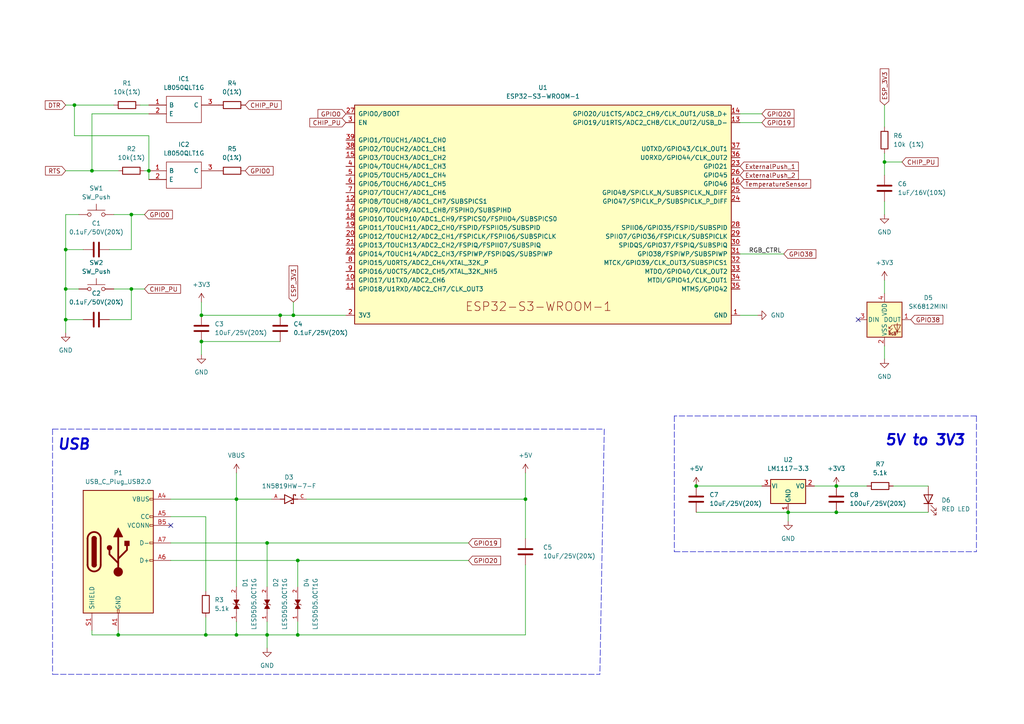
<source format=kicad_sch>
(kicad_sch (version 20211123) (generator eeschema)
  (paper "A4")
  (lib_symbols
    (symbol "1N5819HW-7-F:1N5819HW-7-F" (pin_names (offset 1.016))
      (property "Reference" "D" (at -5.08 2.54 0))
      (property "Value" "1N5819HW-7-F" (at -5.08 -3.81 0))
      (symbol "1N5819HW-7-F_0_0"
        (polyline (pts (xy -2.54 0) (xy -1.27 0)) (stroke (width 0.254)))
        (polyline (pts (xy -1.27 -1.27) (xy 1.27 0)) (stroke (width 0.254)))
        (polyline (pts (xy -1.27 0) (xy -1.27 -1.27)) (stroke (width 0.254)))
        (polyline (pts (xy -1.27 1.27) (xy -1.27 0)) (stroke (width 0.254)))
        (polyline (pts (xy 0.635 -1.016) (xy 0.635 -1.27)) (stroke (width 0.254)))
        (polyline (pts (xy 1.27 -1.27) (xy 0.635 -1.27)) (stroke (width 0.254)))
        (polyline (pts (xy 1.27 0) (xy -1.27 1.27)) (stroke (width 0.254)))
        (polyline (pts (xy 1.27 0) (xy 1.27 -1.27)) (stroke (width 0.254)))
        (polyline (pts (xy 1.27 1.27) (xy 1.27 0)) (stroke (width 0.254)))
        (polyline (pts (xy 1.905 1.27) (xy 1.27 1.27)) (stroke (width 0.254)))
        (polyline (pts (xy 1.905 1.27) (xy 1.905 1.016)) (stroke (width 0.254)))
        (polyline (pts (xy 2.54 0) (xy 1.27 0)) (stroke (width 0.254)))
        (pin passive line (at -5.08 0 0) (length 2.54) (name "~") (number "A"))
        (pin passive line (at 5.08 0 180) (length 2.54) (name "~") (number "C"))
      )
    )
    (symbol "Connector:USB_C_Plug_USB2.0" (pin_names (offset 1.016))
      (property "Reference" "P" (at -10.16 19.05 0))
      (property "Value" "USB_C_Plug_USB2.0" (at 12.7 19.05 0))
      (symbol "USB_C_Plug_USB2.0_0_0"
        (rectangle (start -0.254 -17.78) (end 0.254 -16.764))
        (rectangle (start 10.16 -2.286) (end 9.144 -2.794))
        (rectangle (start 10.16 2.794) (end 9.144 2.286))
        (rectangle (start 10.16 7.874) (end 9.144 7.366))
        (rectangle (start 10.16 10.414) (end 9.144 9.906))
        (rectangle (start 10.16 15.494) (end 9.144 14.986))
      )
      (symbol "USB_C_Plug_USB2.0_0_1"
        (rectangle (start -10.16 17.78) (end 10.16 -17.78) (stroke (width 0.254)) (fill (type background)))
        (arc (start -8.89 -3.81) (mid -6.985 -5.715) (end -5.08 -3.81) (stroke (width 0.508)))
        (arc (start -7.62 -3.81) (mid -6.985 -4.445) (end -6.35 -3.81) (stroke (width 0.254)))
        (arc (start -7.62 -3.81) (mid -6.985 -4.445) (end -6.35 -3.81) (stroke (width 0.254)) (fill (type outline)))
        (rectangle (start -7.62 -3.81) (end -6.35 3.81) (stroke (width 0.254)) (fill (type outline)))
        (arc (start -6.35 3.81) (mid -6.985 4.445) (end -7.62 3.81) (stroke (width 0.254)))
        (arc (start -6.35 3.81) (mid -6.985 4.445) (end -7.62 3.81) (stroke (width 0.254)) (fill (type outline)))
        (arc (start -5.08 3.81) (mid -6.985 5.715) (end -8.89 3.81) (stroke (width 0.508)))
        (circle (center -2.54 1.143) (radius 0.635) (stroke (width 0.254)) (fill (type outline)))
        (circle (center 0 -5.842) (radius 1.27) (fill (type outline)))
        (polyline (pts (xy -8.89 -3.81) (xy -8.89 3.81)) (stroke (width 0.508)))
        (polyline (pts (xy -5.08 3.81) (xy -5.08 -3.81)) (stroke (width 0.508)))
        (polyline (pts (xy 0 -5.842) (xy 0 4.318)) (stroke (width 0.508)))
        (polyline (pts (xy 0 -3.302) (xy -2.54 -0.762) (xy -2.54 0.508)) (stroke (width 0.508)))
        (polyline (pts (xy 0 -2.032) (xy 2.54 0.508) (xy 2.54 1.778)) (stroke (width 0.508)))
        (polyline (pts (xy -1.27 4.318) (xy 0 6.858) (xy 1.27 4.318) (xy -1.27 4.318)) (stroke (width 0.254)) (fill (type outline)))
        (rectangle (start 1.905 1.778) (end 3.175 3.048) (stroke (width 0.254)) (fill (type outline)))
      )
      (symbol "USB_C_Plug_USB2.0_1_1"
        (pin passive line (at 0 -22.86 90) (length 5.08) (name "GND") (number "A1"))
        (pin passive line (at 0 -22.86 90) (length 5.08) hide (name "GND") (number "A12"))
        (pin passive line (at 15.24 15.24 180) (length 5.08) (name "VBUS") (number "A4"))
        (pin bidirectional line (at 15.24 10.16 180) (length 5.08) (name "CC") (number "A5"))
        (pin bidirectional line (at 15.24 -2.54 180) (length 5.08) (name "D+") (number "A6"))
        (pin bidirectional line (at 15.24 2.54 180) (length 5.08) (name "D-") (number "A7"))
        (pin passive line (at 15.24 15.24 180) (length 5.08) hide (name "VBUS") (number "A9"))
        (pin passive line (at 0 -22.86 90) (length 5.08) hide (name "GND") (number "B1"))
        (pin passive line (at 0 -22.86 90) (length 5.08) hide (name "GND") (number "B12"))
        (pin passive line (at 15.24 15.24 180) (length 5.08) hide (name "VBUS") (number "B4"))
        (pin bidirectional line (at 15.24 7.62 180) (length 5.08) (name "VCONN") (number "B5"))
        (pin passive line (at 15.24 15.24 180) (length 5.08) hide (name "VBUS") (number "B9"))
        (pin passive line (at -7.62 -22.86 90) (length 5.08) (name "SHIELD") (number "S1"))
      )
    )
    (symbol "Device:C" (pin_numbers hide) (pin_names (offset 0.254))
      (property "Reference" "C" (at 0.635 2.54 0))
      (property "Value" "C" (at 0.635 -2.54 0))
      (symbol "C_0_1"
        (polyline (pts (xy -2.032 -0.762) (xy 2.032 -0.762)) (stroke (width 0.508)))
        (polyline (pts (xy -2.032 0.762) (xy 2.032 0.762)) (stroke (width 0.508)))
      )
      (symbol "C_1_1"
        (pin passive line (at 0 3.81 270) (length 2.794) (name "~") (number "1"))
        (pin passive line (at 0 -3.81 90) (length 2.794) (name "~") (number "2"))
      )
    )
    (symbol "Device:LED" (pin_numbers hide) (pin_names (offset 1.016) hide)
      (property "Reference" "D" (at 0 2.54 0))
      (property "Value" "LED" (at 0 -2.54 0))
      (symbol "LED_0_1"
        (polyline (pts (xy -1.27 -1.27) (xy -1.27 1.27)) (stroke (width 0.254)))
        (polyline (pts (xy -1.27 0) (xy 1.27 0)))
        (polyline (pts (xy 1.27 -1.27) (xy 1.27 1.27) (xy -1.27 0) (xy 1.27 -1.27)) (stroke (width 0.254)))
        (polyline (pts (xy -3.048 -0.762) (xy -4.572 -2.286) (xy -3.81 -2.286) (xy -4.572 -2.286) (xy -4.572 -1.524)))
        (polyline (pts (xy -1.778 -0.762) (xy -3.302 -2.286) (xy -2.54 -2.286) (xy -3.302 -2.286) (xy -3.302 -1.524)))
      )
      (symbol "LED_1_1"
        (pin passive line (at -3.81 0 0) (length 2.54) (name "K") (number "1"))
        (pin passive line (at 3.81 0 180) (length 2.54) (name "A") (number "2"))
      )
    )
    (symbol "Device:R" (pin_numbers hide) (pin_names (offset 0))
      (property "Reference" "R" (at 2.032 0 90))
      (property "Value" "R" (at 0 0 90))
      (symbol "R_0_1"
        (rectangle (start -1.016 -2.54) (end 1.016 2.54) (stroke (width 0.254)))
      )
      (symbol "R_1_1"
        (pin passive line (at 0 3.81 270) (length 1.27) (name "~") (number "1"))
        (pin passive line (at 0 -3.81 90) (length 1.27) (name "~") (number "2"))
      )
    )
    (symbol "Espressif:ESP32-S3-WROOM-1" (pin_names (offset 1.016))
      (property "Reference" "U" (at -53.34 38.1 0))
      (property "Value" "ESP32-S3-WROOM-1" (at -53.34 35.56 0))
      (symbol "ESP32-S3-WROOM-1_0_0"
        (rectangle (start -53.34 33.02) (end 55.88 -30.48) (stroke (width 0.254)) (fill (type background)))
        (text "ESP32-S3-WROOM-1" (at 0 -25.4 0) (effects (font (size 2.54 2.54))))
        (pin power_in line (at 58.42 -27.94 180) (length 2.54) (name "GND") (number "1"))
        (pin bidirectional line (at -55.88 -17.78 0) (length 2.54) (name "GPIO17/U1TXD/ADC2_CH6") (number "10"))
        (pin bidirectional line (at -55.88 -20.32 0) (length 2.54) (name "GPIO18/U1RXD/ADC2_CH7/CLK_OUT3") (number "11"))
        (pin bidirectional line (at -55.88 5.08 0) (length 2.54) (name "GPIO8/TOUCH8/ADC1_CH7/SUBSPICS1") (number "12"))
        (pin bidirectional line (at 58.42 27.94 180) (length 2.54) (name "GPIO19/U1RTS/ADC2_CH8/CLK_OUT2/USB_D-") (number "13"))
        (pin bidirectional line (at 58.42 30.48 180) (length 2.54) (name "GPIO20/U1CTS/ADC2_CH9/CLK_OUT1/USB_D+") (number "14"))
        (pin bidirectional line (at -55.88 17.78 0) (length 2.54) (name "GPIO3/TOUCH3/ADC1_CH2") (number "15"))
        (pin bidirectional line (at 58.42 10.16 180) (length 2.54) (name "GPIO46") (number "16"))
        (pin bidirectional line (at -55.88 2.54 0) (length 2.54) (name "GPIO9/TOUCH9/ADC1_CH8/FSPIHD/SUBSPIHD") (number "17"))
        (pin bidirectional line (at -55.88 0 0) (length 2.54) (name "GPIO10/TOUCH10/ADC1_CH9/FSPICS0/FSPIIO4/SUBSPICS0") (number "18"))
        (pin bidirectional line (at -55.88 -2.54 0) (length 2.54) (name "GPIO11/TOUCH11/ADC2_CH0/FSPID/FSPIIO5/SUBSPID") (number "19"))
        (pin power_in line (at -55.88 -27.94 0) (length 2.54) (name "3V3") (number "2"))
        (pin bidirectional line (at -55.88 -5.08 0) (length 2.54) (name "GPIO12/TOUCH12/ADC2_CH1/FSPICLK/FSPIIO6/SUBSPICLK") (number "20"))
        (pin bidirectional line (at -55.88 -7.62 0) (length 2.54) (name "GPIO13/TOUCH13/ADC2_CH2/FSPIQ/FSPIIO7/SUBSPIQ") (number "21"))
        (pin bidirectional line (at -55.88 -10.16 0) (length 2.54) (name "GPIO14/TOUCH14/ADC2_CH3/FSPIWP/FSPIDQS/SUBSPIWP") (number "22"))
        (pin bidirectional line (at 58.42 15.24 180) (length 2.54) (name "GPIO21") (number "23"))
        (pin bidirectional line (at 58.42 5.08 180) (length 2.54) (name "GPIO47/SPICLK_P/SUBSPICLK_P_DIFF") (number "24"))
        (pin bidirectional line (at 58.42 7.62 180) (length 2.54) (name "GPIO48/SPICLK_N/SUBSPICLK_N_DIFF") (number "25"))
        (pin bidirectional line (at 58.42 12.7 180) (length 2.54) (name "GPIO45") (number "26"))
        (pin bidirectional line (at -55.88 30.48 0) (length 2.54) (name "GPIO0/BOOT") (number "27"))
        (pin bidirectional line (at 58.42 -2.54 180) (length 2.54) (name "SPIIO6/GPIO35/FSPID/SUBSPID") (number "28"))
        (pin bidirectional line (at 58.42 -5.08 180) (length 2.54) (name "SPIIO7/GPIO36/FSPICLK/SUBSPICLK") (number "29"))
        (pin input line (at -55.88 27.94 0) (length 2.54) (name "EN") (number "3"))
        (pin bidirectional line (at 58.42 -7.62 180) (length 2.54) (name "SPIDQS/GPIO37/FSPIQ/SUBSPIQ") (number "30"))
        (pin bidirectional line (at 58.42 -10.16 180) (length 2.54) (name "GPIO38/FSPIWP/SUBSPIWP") (number "31"))
        (pin bidirectional line (at 58.42 -12.7 180) (length 2.54) (name "MTCK/GPIO39/CLK_OUT3/SUBSPICS1") (number "32"))
        (pin bidirectional line (at 58.42 -15.24 180) (length 2.54) (name "MTDO/GPIO40/CLK_OUT2") (number "33"))
        (pin bidirectional line (at 58.42 -17.78 180) (length 2.54) (name "MTDI/GPIO41/CLK_OUT1") (number "34"))
        (pin bidirectional line (at 58.42 -20.32 180) (length 2.54) (name "MTMS/GPIO42") (number "35"))
        (pin bidirectional line (at 58.42 17.78 180) (length 2.54) (name "U0RXD/GPIO44/CLK_OUT2") (number "36"))
        (pin bidirectional line (at 58.42 20.32 180) (length 2.54) (name "U0TXD/GPIO43/CLK_OUT1") (number "37"))
        (pin bidirectional line (at -55.88 20.32 0) (length 2.54) (name "GPIO2/TOUCH2/ADC1_CH1") (number "38"))
        (pin bidirectional line (at -55.88 22.86 0) (length 2.54) (name "GPIO1/TOUCH1/ADC1_CH0") (number "39"))
        (pin bidirectional line (at -55.88 15.24 0) (length 2.54) (name "GPIO4/TOUCH4/ADC1_CH3") (number "4"))
        (pin passive line (at 58.42 -27.94 180) (length 2.54) hide (name "GND") (number "40"))
        (pin passive line (at 58.42 -27.94 180) (length 2.54) hide (name "GND") (number "41"))
        (pin bidirectional line (at -55.88 12.7 0) (length 2.54) (name "GPIO5/TOUCH5/ADC1_CH4") (number "5"))
        (pin bidirectional line (at -55.88 10.16 0) (length 2.54) (name "GPIO6/TOUCH6/ADC1_CH5") (number "6"))
        (pin bidirectional line (at -55.88 7.62 0) (length 2.54) (name "GPIO7/TOUCH7/ADC1_CH6") (number "7"))
        (pin bidirectional line (at -55.88 -12.7 0) (length 2.54) (name "GPIO15/U0RTS/ADC2_CH4/XTAL_32K_P") (number "8"))
        (pin bidirectional line (at -55.88 -15.24 0) (length 2.54) (name "GPIO16/U0CTS/ADC2_CH5/XTAL_32K_NH5") (number "9"))
      )
    )
    (symbol "L8050QLT1G:L8050QLT1G" (pin_names (offset 0.762))
      (property "Reference" "IC" (at 16.51 7.62 0))
      (property "Value" "L8050QLT1G" (at 16.51 5.08 0))
      (symbol "L8050QLT1G_0_0"
        (pin passive line (at 0 0 0) (length 5.08) (name "B") (number "1"))
        (pin passive line (at 0 -2.54 0) (length 5.08) (name "E") (number "2"))
        (pin passive line (at 20.32 0 180) (length 5.08) (name "C") (number "3"))
      )
      (symbol "L8050QLT1G_0_1"
        (polyline (pts (xy 5.08 2.54) (xy 15.24 2.54) (xy 15.24 -5.08) (xy 5.08 -5.08) (xy 5.08 2.54)) (stroke (width 0.1524)))
      )
    )
    (symbol "LED:SK6812MINI" (pin_names (offset 0.254))
      (property "Reference" "D" (at 5.08 5.715 0))
      (property "Value" "SK6812MINI" (at 1.27 -5.715 0))
      (symbol "SK6812MINI_0_0"
        (text "RGB" (at 2.286 -4.191 0) (effects (font (size 0.762 0.762))))
      )
      (symbol "SK6812MINI_0_1"
        (polyline (pts (xy 1.27 -3.556) (xy 1.778 -3.556)))
        (polyline (pts (xy 1.27 -2.54) (xy 1.778 -2.54)))
        (polyline (pts (xy 4.699 -3.556) (xy 2.667 -3.556)))
        (polyline (pts (xy 2.286 -2.54) (xy 1.27 -3.556) (xy 1.27 -3.048)))
        (polyline (pts (xy 2.286 -1.524) (xy 1.27 -2.54) (xy 1.27 -2.032)))
        (polyline (pts (xy 3.683 -1.016) (xy 3.683 -3.556) (xy 3.683 -4.064)))
        (polyline (pts (xy 4.699 -1.524) (xy 2.667 -1.524) (xy 3.683 -3.556) (xy 4.699 -1.524)))
        (rectangle (start 5.08 5.08) (end -5.08 -5.08) (stroke (width 0.254)) (fill (type background)))
      )
      (symbol "SK6812MINI_1_1"
        (pin output line (at 7.62 0 180) (length 2.54) (name "DOUT") (number "1"))
        (pin power_in line (at 0 -7.62 90) (length 2.54) (name "VSS") (number "2"))
        (pin input line (at -7.62 0 0) (length 2.54) (name "DIN") (number "3"))
        (pin power_in line (at 0 7.62 270) (length 2.54) (name "VDD") (number "4"))
      )
    )
    (symbol "LESD5D5.0CT1G:LESD5D5.0CT1G" (pin_names (offset 1.016))
      (property "Reference" "D" (at -5.08 2.54 0))
      (property "Value" "LESD5D5.0CT1G" (at -5.08 -5.08 0))
      (symbol "LESD5D5.0CT1G_0_0"
        (polyline (pts (xy -1.27 0) (xy -2.54 0)) (stroke (width 0.1524)))
        (polyline (pts (xy 0 -0.762) (xy -0.254 -1.016)) (stroke (width 0.1524)))
        (polyline (pts (xy 0 -0.762) (xy 0 0.762)) (stroke (width 0.1524)))
        (polyline (pts (xy 0 0.762) (xy 0.254 1.016)) (stroke (width 0.1524)))
        (polyline (pts (xy 1.27 0) (xy 2.54 0)) (stroke (width 0.1524)))
        (polyline (pts (xy 0 0) (xy -1.27 -0.762) (xy -1.27 0.762) (xy 0 0)) (stroke (width 0.1524)) (fill (type outline)))
        (polyline (pts (xy 0 0) (xy 1.27 0.762) (xy 1.27 -0.762) (xy 0 0)) (stroke (width 0.1524)) (fill (type outline)))
        (pin passive line (at -5.08 0 0) (length 2.54) (name "~") (number "1"))
        (pin passive line (at 5.08 0 180) (length 2.54) (name "~") (number "2"))
      )
    )
    (symbol "Regulator_Linear:LM1117-3.3" (pin_names (offset 0.254))
      (property "Reference" "U" (at -3.81 3.175 0))
      (property "Value" "LM1117-3.3" (at 0 3.175 0))
      (symbol "LM1117-3.3_0_1"
        (rectangle (start -5.08 -5.08) (end 5.08 1.905) (stroke (width 0.254)) (fill (type background)))
      )
      (symbol "LM1117-3.3_1_1"
        (pin power_in line (at 0 -7.62 90) (length 2.54) (name "GND") (number "1"))
        (pin power_out line (at 7.62 0 180) (length 2.54) (name "VO") (number "2"))
        (pin power_in line (at -7.62 0 0) (length 2.54) (name "VI") (number "3"))
      )
    )
    (symbol "Switch:SW_Push" (pin_numbers hide) (pin_names (offset 1.016) hide)
      (property "Reference" "SW" (at 1.27 2.54 0))
      (property "Value" "SW_Push" (at 0 -1.524 0))
      (symbol "SW_Push_0_1"
        (circle (center -2.032 0) (radius 0.508))
        (polyline (pts (xy 0 1.27) (xy 0 3.048)))
        (polyline (pts (xy 2.54 1.27) (xy -2.54 1.27)))
        (circle (center 2.032 0) (radius 0.508))
        (pin passive line (at -5.08 0 0) (length 2.54) (name "1") (number "1"))
        (pin passive line (at 5.08 0 180) (length 2.54) (name "2") (number "2"))
      )
    )
    (symbol "power:+3V3" (power) (pin_names (offset 0))
      (property "Value" "+3V3" (at 0 3.556 0))
      (symbol "+3V3_0_1"
        (polyline (pts (xy -0.762 1.27) (xy 0 2.54)))
        (polyline (pts (xy 0 0) (xy 0 2.54)))
        (polyline (pts (xy 0 2.54) (xy 0.762 1.27)))
      )
      (symbol "+3V3_1_1"
        (pin power_in line (at 0 0 90) (length 0) hide (name "+3V3") (number "1"))
      )
    )
    (symbol "power:+5V" (power) (pin_names (offset 0))
      (property "Value" "+5V" (at 0 3.556 0))
      (symbol "+5V_0_1"
        (polyline (pts (xy -0.762 1.27) (xy 0 2.54)))
        (polyline (pts (xy 0 0) (xy 0 2.54)))
        (polyline (pts (xy 0 2.54) (xy 0.762 1.27)))
      )
      (symbol "+5V_1_1"
        (pin power_in line (at 0 0 90) (length 0) hide (name "+5V") (number "1"))
      )
    )
    (symbol "power:GND" (power) (pin_names (offset 0))
      (property "Value" "GND" (at 0 -3.81 0))
      (symbol "GND_0_1"
        (polyline (pts (xy 0 0) (xy 0 -1.27) (xy 1.27 -1.27) (xy 0 -2.54) (xy -1.27 -1.27) (xy 0 -1.27)))
      )
      (symbol "GND_1_1"
        (pin power_in line (at 0 0 270) (length 0) hide (name "GND") (number "1"))
      )
    )
    (symbol "power:VBUS" (power) (pin_names (offset 0))
      (property "Value" "VBUS" (at 0 3.81 0))
      (symbol "VBUS_0_1"
        (polyline (pts (xy -0.762 1.27) (xy 0 2.54)))
        (polyline (pts (xy 0 0) (xy 0 2.54)))
        (polyline (pts (xy 0 2.54) (xy 0.762 1.27)))
      )
      (symbol "VBUS_1_1"
        (pin power_in line (at 0 0 90) (length 0) hide (name "VBUS") (number "1"))
      )
    )
  )
  (junction (at 19.05 72.39))
  (junction (at 38.1 83.82))
  (junction (at 152.4 144.78))
  (junction (at 242.57 140.97))
  (junction (at 38.1 62.23))
  (junction (at 77.47 157.48))
  (junction (at 26.67 49.53))
  (junction (at 86.36 162.56))
  (junction (at 256.54 46.99))
  (junction (at 86.36 184.15))
  (junction (at 228.6 148.59))
  (junction (at 59.69 184.15))
  (junction (at 19.05 83.82))
  (junction (at 242.57 148.59))
  (junction (at 21.59 30.48))
  (junction (at 201.93 140.97))
  (junction (at 19.05 92.71))
  (junction (at 81.28 91.44))
  (junction (at 43.18 49.53))
  (junction (at 58.42 99.06))
  (junction (at 34.29 184.15))
  (junction (at 85.09 91.44))
  (junction (at 68.58 184.15))
  (junction (at 58.42 91.44))
  (junction (at 68.58 144.78))
  (junction (at 77.47 184.15))
  (no_connect (at 49.53 152.4))
  (no_connect (at 248.92 92.71))
  (wire (pts (xy 152.4 184.15) (xy 86.36 184.15)))
  (wire (pts (xy 59.69 171.45) (xy 59.69 149.86)))
  (wire (pts (xy 58.42 91.44) (xy 81.28 91.44)))
  (wire (pts (xy 59.69 184.15) (xy 68.58 184.15)))
  (wire (pts (xy 152.4 137.16) (xy 152.4 144.78)))
  (wire (pts (xy 242.57 148.59) (xy 269.24 148.59)))
  (wire (pts (xy 38.1 83.82) (xy 33.02 83.82)))
  (wire (pts (xy 86.36 162.56) (xy 49.53 162.56)))
  (wire (pts (xy 38.1 72.39) (xy 38.1 62.23)))
  (wire (pts (xy 19.05 72.39) (xy 24.13 72.39)))
  (wire (pts (xy 26.67 184.15) (xy 34.29 184.15)))
  (wire (pts (xy 256.54 46.99) (xy 256.54 50.8)))
  (wire (pts (xy 256.54 44.45) (xy 256.54 46.99)))
  (wire (pts (xy 38.1 92.71) (xy 31.75 92.71)))
  (wire (pts (xy 34.29 184.15) (xy 34.29 182.88)))
  (wire (pts (xy 26.67 33.02) (xy 26.67 49.53)))
  (wire (pts (xy 236.22 140.97) (xy 242.57 140.97)))
  (polyline (pts (xy 15.24 124.46) (xy 15.24 195.58)))
  (wire (pts (xy 38.1 83.82) (xy 41.91 83.82)))
  (wire (pts (xy 201.93 148.59) (xy 228.6 148.59)))
  (wire (pts (xy 33.02 30.48) (xy 21.59 30.48)))
  (polyline (pts (xy 15.24 124.46) (xy 175.26 124.46)))
  (wire (pts (xy 228.6 148.59) (xy 228.6 151.13)))
  (wire (pts (xy 43.18 49.53) (xy 43.18 52.07)))
  (wire (pts (xy 214.63 91.44) (xy 219.71 91.44)))
  (polyline (pts (xy 283.21 120.65) (xy 283.21 160.02)))
  (wire (pts (xy 77.47 184.15) (xy 86.36 184.15)))
  (wire (pts (xy 19.05 83.82) (xy 22.86 83.82)))
  (wire (pts (xy 26.67 49.53) (xy 34.29 49.53)))
  (wire (pts (xy 38.1 62.23) (xy 41.91 62.23)))
  (wire (pts (xy 26.67 182.88) (xy 26.67 184.15)))
  (wire (pts (xy 19.05 72.39) (xy 19.05 62.23)))
  (wire (pts (xy 43.18 33.02) (xy 26.67 33.02)))
  (wire (pts (xy 135.89 157.48) (xy 77.47 157.48)))
  (polyline (pts (xy 175.26 124.46) (xy 173.99 195.58)))
  (wire (pts (xy 201.93 140.97) (xy 220.98 140.97)))
  (wire (pts (xy 19.05 92.71) (xy 19.05 96.52)))
  (wire (pts (xy 77.47 184.15) (xy 77.47 187.96)))
  (wire (pts (xy 59.69 179.07) (xy 59.69 184.15)))
  (wire (pts (xy 68.58 144.78) (xy 68.58 170.18)))
  (wire (pts (xy 152.4 163.83) (xy 152.4 184.15)))
  (wire (pts (xy 43.18 39.37) (xy 21.59 39.37)))
  (wire (pts (xy 38.1 62.23) (xy 33.02 62.23)))
  (wire (pts (xy 77.47 180.34) (xy 77.47 184.15)))
  (wire (pts (xy 86.36 162.56) (xy 86.36 170.18)))
  (wire (pts (xy 68.58 184.15) (xy 77.47 184.15)))
  (wire (pts (xy 24.13 92.71) (xy 19.05 92.71)))
  (wire (pts (xy 26.67 49.53) (xy 19.05 49.53)))
  (polyline (pts (xy 195.58 160.02) (xy 283.21 160.02)))
  (wire (pts (xy 19.05 83.82) (xy 19.05 72.39)))
  (wire (pts (xy 38.1 83.82) (xy 38.1 92.71)))
  (wire (pts (xy 49.53 144.78) (xy 68.58 144.78)))
  (wire (pts (xy 81.28 91.44) (xy 85.09 91.44)))
  (wire (pts (xy 68.58 137.16) (xy 68.58 144.78)))
  (wire (pts (xy 77.47 157.48) (xy 77.47 170.18)))
  (wire (pts (xy 85.09 87.63) (xy 85.09 91.44)))
  (wire (pts (xy 152.4 144.78) (xy 152.4 156.21)))
  (wire (pts (xy 220.98 33.02) (xy 214.63 33.02)))
  (wire (pts (xy 21.59 39.37) (xy 21.59 30.48)))
  (wire (pts (xy 88.9 144.78) (xy 152.4 144.78)))
  (wire (pts (xy 256.54 100.33) (xy 256.54 104.14)))
  (wire (pts (xy 68.58 144.78) (xy 78.74 144.78)))
  (wire (pts (xy 68.58 180.34) (xy 68.58 184.15)))
  (wire (pts (xy 242.57 140.97) (xy 251.46 140.97)))
  (wire (pts (xy 259.08 140.97) (xy 269.24 140.97)))
  (wire (pts (xy 256.54 58.42) (xy 256.54 62.23)))
  (wire (pts (xy 220.98 35.56) (xy 214.63 35.56)))
  (wire (pts (xy 58.42 99.06) (xy 58.42 102.87)))
  (wire (pts (xy 43.18 30.48) (xy 40.64 30.48)))
  (wire (pts (xy 19.05 83.82) (xy 19.05 92.71)))
  (wire (pts (xy 19.05 62.23) (xy 22.86 62.23)))
  (wire (pts (xy 31.75 72.39) (xy 38.1 72.39)))
  (wire (pts (xy 21.59 30.48) (xy 19.05 30.48)))
  (wire (pts (xy 77.47 157.48) (xy 49.53 157.48)))
  (wire (pts (xy 256.54 81.28) (xy 256.54 85.09)))
  (wire (pts (xy 228.6 148.59) (xy 242.57 148.59)))
  (polyline (pts (xy 15.24 195.58) (xy 173.99 195.58)))
  (wire (pts (xy 85.09 91.44) (xy 100.33 91.44)))
  (wire (pts (xy 86.36 184.15) (xy 86.36 180.34)))
  (wire (pts (xy 256.54 30.48) (xy 256.54 36.83)))
  (wire (pts (xy 34.29 184.15) (xy 59.69 184.15)))
  (wire (pts (xy 58.42 87.63) (xy 58.42 91.44)))
  (polyline (pts (xy 195.58 120.65) (xy 195.58 160.02)))
  (wire (pts (xy 135.89 162.56) (xy 86.36 162.56)))
  (wire (pts (xy 261.62 46.99) (xy 256.54 46.99)))
  (wire (pts (xy 43.18 39.37) (xy 43.18 49.53)))
  (wire (pts (xy 59.69 149.86) (xy 49.53 149.86)))
  (wire (pts (xy 227.33 73.66) (xy 214.63 73.66)))
  (polyline (pts (xy 283.21 120.65) (xy 195.58 120.65)))
  (wire (pts (xy 43.18 49.53) (xy 41.91 49.53)))
  (wire (pts (xy 58.42 99.06) (xy 81.28 99.06)))
  (text "USB" (at 16.51 130.81 0) (effects (font (size 3 3) bold italic) (justify left bottom)))
  (text "5V to 3V3\n" (at 256.54 129.54 0) (effects (font (size 3 3) bold italic) (justify left bottom)))
  (label "RGB_CTRL" (at 217.17 73.66 0))
  (global_label "GPIO0" (shape input) (at 41.91 62.23 0) (property "Intersheet References" "${INTERSHEET_REFS}" (effects hide)))
  (global_label "GPIO0" (shape input) (at 100.33 33.02 180) (property "Intersheet References" "${INTERSHEET_REFS}" (effects hide)))
  (global_label "RTS" (shape input) (at 19.05 49.53 180) (property "Intersheet References" "${INTERSHEET_REFS}" (effects hide)))
  (global_label "ESP_3V3" (shape input) (at 256.54 30.48 90) (property "Intersheet References" "${INTERSHEET_REFS}" (effects hide)))
  (global_label "TemperatureSensor" (shape input) (at 214.63 53.34 0) (property "Intersheet References" "${INTERSHEET_REFS}" (effects hide)))
  (global_label "ExternalPush_2" (shape input) (at 214.63 50.8 0) (property "Intersheet References" "${INTERSHEET_REFS}" (effects hide)))
  (global_label "GPIO19" (shape input) (at 135.89 157.48 0) (property "Intersheet References" "${INTERSHEET_REFS}" (effects hide)))
  (global_label "ESP_3V3" (shape input) (at 85.09 87.63 90) (property "Intersheet References" "${INTERSHEET_REFS}" (effects hide)))
  (global_label "CHIP_PU" (shape input) (at 41.91 83.82 0) (property "Intersheet References" "${INTERSHEET_REFS}" (effects hide)))
  (global_label "CHIP_PU" (shape input) (at 100.33 35.56 180) (property "Intersheet References" "${INTERSHEET_REFS}" (effects hide)))
  (global_label "GPIO38" (shape input) (at 227.33 73.66 0) (property "Intersheet References" "${INTERSHEET_REFS}" (effects hide)))
  (global_label "ExternalPush_1" (shape input) (at 214.63 48.26 0) (property "Intersheet References" "${INTERSHEET_REFS}" (effects hide)))
  (global_label "GPIO20" (shape input) (at 135.89 162.56 0) (property "Intersheet References" "${INTERSHEET_REFS}" (effects hide)))
  (global_label "GPIO20" (shape input) (at 220.98 33.02 0) (property "Intersheet References" "${INTERSHEET_REFS}" (effects hide)))
  (global_label "GPIO19" (shape input) (at 220.98 35.56 0) (property "Intersheet References" "${INTERSHEET_REFS}" (effects hide)))
  (global_label "GPIO0" (shape input) (at 71.12 49.53 0) (property "Intersheet References" "${INTERSHEET_REFS}" (effects hide)))
  (global_label "GPIO38" (shape input) (at 264.16 92.71 0) (property "Intersheet References" "${INTERSHEET_REFS}" (effects hide)))
  (global_label "CHIP_PU" (shape input) (at 261.62 46.99 0) (property "Intersheet References" "${INTERSHEET_REFS}" (effects hide)))
  (global_label "DTR" (shape input) (at 19.05 30.48 180) (property "Intersheet References" "${INTERSHEET_REFS}" (effects hide)))
  (global_label "CHIP_PU" (shape input) (at 71.12 30.48 0) (property "Intersheet References" "${INTERSHEET_REFS}" (effects hide)))
  (symbol (lib_id "power:GND") (at 256.54 104.14 0) (unit 1)
    (property "Reference" "#PWR0107" (effects hide))
    (property "Value" "GND" (at 256.54 109.22 0))
  )
  (symbol (lib_id "Device:R") (at 38.1 49.53 90) (unit 1)
    (property "Reference" "R2" (at 38.1 43.18 90))
    (property "Value" "10k(1%)" (at 38.1 45.72 90))
    (property "Footprint" "Resistor_SMD:R_0805_2012Metric_Pad1.20x1.40mm_HandSolder" (effects hide))
    (property "LCSC Part#" "C269742" (effects hide))
  )
  (symbol (lib_id "power:+5V") (at 201.93 140.97 0) (unit 1)
    (property "Reference" "#PWR0108" (effects hide))
    (property "Value" "+5V" (at 201.93 135.89 0))
  )
  (symbol (lib_id "power:GND") (at 219.71 91.44 90) (unit 1)
    (property "Reference" "#PWR0109" (effects hide))
    (property "Value" "GND" (at 223.52 91.4399 90) (effects (justify right)))
  )
  (symbol (lib_id "Espressif:ESP32-S3-WROOM-1") (at 156.21 63.5 0) (unit 1)
    (property "Reference" "U1" (at 157.48 25.4 0))
    (property "Value" "ESP32-S3-WROOM-1" (at 157.48 27.94 0))
    (property "Footprint" "Espressif:ESP32-S3-WROOM-1" (effects hide))
    (property "Datasheet" "https://www.espressif.com/sites/default/files/documentation/esp32-s3-wroom-1_wroom-1u_datasheet_en.pdf" (effects hide))
  )
  (symbol (lib_id "Device:C") (at 152.4 160.02 0) (unit 1)
    (property "Reference" "C5" (at 157.48 158.7499 0) (effects (justify left)))
    (property "Value" "10uF/25V(20%)" (at 157.48 161.2899 0) (effects (justify left)))
    (property "Footprint" "Capacitor_SMD:C_0805_2012Metric_Pad1.18x1.45mm_HandSolder" (effects hide))
    (property "LCSC Part#" "C669099" (effects hide))
  )
  (symbol (lib_id "Device:C") (at 58.42 95.25 0) (unit 1)
    (property "Reference" "C3" (at 62.23 93.9799 0) (effects (justify left)))
    (property "Value" "10uF/25V(20%)" (at 62.23 96.5199 0) (effects (justify left)))
    (property "Footprint" "Capacitor_SMD:C_0805_2012Metric_Pad1.18x1.45mm_HandSolder" (effects hide))
    (property "LCSC Part#" "C669099" (effects hide))
  )
  (symbol (lib_id "Device:R") (at 255.27 140.97 90) (unit 1)
    (property "Reference" "R7" (at 255.27 134.62 90))
    (property "Value" "5.1k" (at 255.27 137.16 90))
    (property "Footprint" "Resistor_SMD:R_0805_2012Metric_Pad1.20x1.40mm_HandSolder" (effects hide))
    (property "LCSC Part#" "	C27834" (effects hide))
  )
  (symbol (lib_id "Device:C") (at 256.54 54.61 0) (unit 1)
    (property "Reference" "C6" (at 260.35 53.3399 0) (effects (justify left)))
    (property "Value" "1uF/16V(10%)" (at 260.35 55.8799 0) (effects (justify left)))
    (property "Footprint" "Capacitor_SMD:C_0805_2012Metric_Pad1.18x1.45mm_HandSolder" (effects hide))
    (property "LCSC Part#" "C24123" (effects hide))
  )
  (symbol (lib_id "L8050QLT1G:L8050QLT1G") (at 43.18 30.48 0) (unit 1)
    (property "Reference" "IC1" (at 53.34 22.86 0))
    (property "Value" "L8050QLT1G" (at 53.34 25.4 0))
    (property "Footprint" "Package_TO_SOT_SMD:SOT-23_Handsoldering" (effects hide))
    (property "Datasheet" "https://datasheet.datasheetarchive.com/originals/distributors/Datasheets-28/DSA-558356.pdf" (effects hide))
    (property "Description" "Trans GP BJT NPN 25V 0.8A 3-Pin SOT-23 T/R" (effects hide))
    (property "Height" "1.11" (effects hide))
    (property "Manufacturer_Name" "Leshan Radio" (effects hide))
    (property "Manufacturer_Part_Number" "L8050QLT1G" (effects hide))
    (property "LCSC Part#" "C49581" (effects hide))
  )
  (symbol (lib_id "power:+3V3") (at 256.54 81.28 0) (unit 1)
    (property "Reference" "#PWR0106" (effects hide))
    (property "Value" "+3V3" (at 256.54 76.2 0))
  )
  (symbol (lib_id "Device:R") (at 67.31 30.48 270) (unit 1)
    (property "Reference" "R4" (at 67.31 24.13 90))
    (property "Value" "0(1%)" (at 67.31 26.67 90))
    (property "Footprint" "Resistor_SMD:R_0805_2012Metric_Pad1.20x1.40mm_HandSolder" (effects hide))
    (property "LCSC Part#" "C17477" (effects hide))
  )
  (symbol (lib_id "power:GND") (at 256.54 62.23 0) (unit 1)
    (property "Reference" "#PWR0104" (effects hide))
    (property "Value" "GND" (at 256.54 67.31 0))
  )
  (symbol (lib_id "power:VBUS") (at 68.58 137.16 0) (unit 1)
    (property "Reference" "#PWR0103" (effects hide))
    (property "Value" "VBUS" (at 68.58 132.08 0))
  )
  (symbol (lib_id "Switch:SW_Push") (at 27.94 83.82 0) (unit 1)
    (property "Reference" "SW2" (at 27.94 76.2 0))
    (property "Value" "SW_Push" (at 27.94 78.74 0))
    (property "Footprint" "Button_Switch_SMD:SW_Push_1P1T_NO_CK_KMR2" (effects hide))
  )
  (symbol (lib_id "power:+5V") (at 152.4 137.16 0) (unit 1)
    (property "Reference" "#PWR0102" (effects hide))
    (property "Value" "+5V" (at 152.4 132.08 0))
  )
  (symbol (lib_id "power:GND") (at 228.6 151.13 0) (unit 1)
    (property "Reference" "#PWR0110" (effects hide))
    (property "Value" "GND" (at 228.6 156.21 0))
  )
  (symbol (lib_id "Regulator_Linear:LM1117-3.3") (at 228.6 140.97 0) (unit 1)
    (property "Reference" "U2" (at 228.6 133.35 0))
    (property "Value" "LM1117-3.3" (at 228.6 135.89 0))
    (property "Footprint" "Package_TO_SOT_SMD:SOT-23_Handsoldering" (effects hide))
    (property "Datasheet" "http://www.ti.com/lit/ds/symlink/lm1117.pdf" (effects hide))
  )
  (symbol (lib_id "Device:C") (at 81.28 95.25 0) (unit 1)
    (property "Reference" "C4" (at 85.09 93.9799 0) (effects (justify left)))
    (property "Value" "0.1uF/25V(20%)" (at 85.09 96.5199 0) (effects (justify left)))
    (property "Footprint" "Capacitor_SMD:C_0805_2012Metric_Pad1.18x1.45mm_HandSolder" (effects hide))
    (property "LCSC Part#" "C2180294" (effects hide))
  )
  (symbol (lib_id "LESD5D5.0CT1G:LESD5D5.0CT1G") (at 86.36 175.26 90) (unit 1)
    (property "Reference" "D4" (at 88.9 167.64 0) (effects (justify right)))
    (property "Value" "LESD5D5.0CT1G" (at 91.44 167.64 0) (effects (justify right)))
    (property "Footprint" "Diode_SMD:D_SOD-523" (effects hide))
    (property "STANDARD" "Manufacturer Recommendations" (effects hide))
    (property "MANUFACTURER" "LRC" (effects hide))
    (property "PARTREV" "O" (effects hide))
    (property "MAXIMUM_PACKAGE_HEIGHT" "0.7 mm" (effects hide))
    (property "LCSC Part#" "C5199850" (effects hide))
  )
  (symbol (lib_id "L8050QLT1G:L8050QLT1G") (at 43.18 49.53 0) (unit 1)
    (property "Reference" "IC2" (at 53.34 41.91 0))
    (property "Value" "L8050QLT1G" (at 53.34 44.45 0))
    (property "Footprint" "Package_TO_SOT_SMD:SOT-23_Handsoldering" (effects hide))
    (property "Datasheet" "https://datasheet.datasheetarchive.com/originals/distributors/Datasheets-28/DSA-558356.pdf" (effects hide))
    (property "Description" "Trans GP BJT NPN 25V 0.8A 3-Pin SOT-23 T/R" (effects hide))
    (property "Height" "1.11" (effects hide))
    (property "Manufacturer_Name" "Leshan Radio" (effects hide))
    (property "Manufacturer_Part_Number" "L8050QLT1G" (effects hide))
    (property "LCSC Part#" "C49581" (effects hide))
  )
  (symbol (lib_id "Device:C") (at 201.93 144.78 0) (unit 1)
    (property "Reference" "C7" (at 205.74 143.5099 0) (effects (justify left)))
    (property "Value" "10uF/25V(20%)" (at 205.74 146.0499 0) (effects (justify left)))
    (property "Footprint" "Capacitor_SMD:C_0805_2012Metric_Pad1.18x1.45mm_HandSolder" (effects hide))
    (property "LCSC Part#" "C669099" (effects hide))
  )
  (symbol (lib_id "Connector:USB_C_Plug_USB2.0") (at 34.29 160.02 0) (unit 1)
    (property "Reference" "P1" (at 34.29 137.16 0))
    (property "Value" "USB_C_Plug_USB2.0" (at 34.29 139.7 0))
    (property "Footprint" "Connector_USB:USB_C_Receptacle_Amphenol_12401610E4-2A" (effects hide))
    (property "Datasheet" "https://www.usb.org/sites/default/files/documents/usb_type-c.zip" (effects hide))
    (property "LCSC Part#" "C5299418" (effects hide))
  )
  (symbol (lib_id "power:+3V3") (at 58.42 87.63 0) (unit 1)
    (property "Reference" "#PWR0111" (effects hide))
    (property "Value" "+3V3" (at 58.42 82.55 0))
  )
  (symbol (lib_id "Device:R") (at 59.69 175.26 0) (unit 1)
    (property "Reference" "R3" (at 62.23 173.9899 0) (effects (justify left)))
    (property "Value" "5.1k" (at 62.23 176.5299 0) (effects (justify left)))
    (property "Footprint" "Resistor_SMD:R_0805_2012Metric_Pad1.20x1.40mm_HandSolder" (effects hide))
    (property "LCSC Part#" "	C27834" (effects hide))
  )
  (symbol (lib_id "power:GND") (at 77.47 187.96 0) (unit 1)
    (property "Reference" "#PWR0101" (effects hide))
    (property "Value" "GND" (at 77.47 193.04 0))
  )
  (symbol (lib_id "Device:C") (at 242.57 144.78 0) (unit 1)
    (property "Reference" "C8" (at 246.38 143.5099 0) (effects (justify left)))
    (property "Value" "100uF/25V(20%)" (at 246.38 146.0499 0) (effects (justify left)))
    (property "Footprint" "Capacitor_SMD:C_0805_2012Metric_Pad1.18x1.45mm_HandSolder" (effects hide))
  )
  (symbol (lib_id "Switch:SW_Push") (at 27.94 62.23 0) (unit 1)
    (property "Reference" "SW1" (at 27.94 54.61 0))
    (property "Value" "SW_Push" (at 27.94 57.15 0))
    (property "Footprint" "Button_Switch_SMD:SW_Push_1P1T_NO_CK_KMR2" (effects hide))
  )
  (symbol (lib_id "power:+3V3") (at 242.57 140.97 0) (unit 1)
    (property "Reference" "#PWR0105" (effects hide))
    (property "Value" "+3V3" (at 242.57 135.89 0))
  )
  (symbol (lib_id "Device:C") (at 27.94 72.39 90) (unit 1)
    (property "Reference" "C1" (at 27.94 64.77 90))
    (property "Value" "0.1uF/50V(20%)" (at 27.94 67.31 90))
    (property "Footprint" "Capacitor_SMD:C_0805_2012Metric_Pad1.18x1.45mm_HandSolder" (effects hide))
    (property "LCSC Part#" "C138340" (effects hide))
  )
  (symbol (lib_id "power:GND") (at 19.05 96.52 0) (unit 1)
    (property "Reference" "#PWR0112" (effects hide))
    (property "Value" "GND" (at 19.05 101.6 0))
  )
  (symbol (lib_id "Device:LED") (at 269.24 144.78 90) (unit 1)
    (property "Reference" "D6" (at 273.05 145.0974 90) (effects (justify right)))
    (property "Value" "RED LED " (at 273.05 147.6374 90) (effects (justify right)))
    (property "Footprint" "LED_SMD:LED_0805_2012Metric_Pad1.15x1.40mm_HandSolder" (effects hide))
    (property "LCSC Part#" "C84256" (effects hide))
  )
  (symbol (lib_id "Device:R") (at 256.54 40.64 0) (unit 1)
    (property "Reference" "R6" (at 259.08 39.3699 0) (effects (justify left)))
    (property "Value" "10k (1%)" (at 259.08 41.9099 0) (effects (justify left)))
    (property "Footprint" "Resistor_SMD:R_0805_2012Metric_Pad1.20x1.40mm_HandSolder" (effects hide))
    (property "LCSC Part#" "C17414" (effects hide))
  )
  (symbol (lib_id "Device:R") (at 67.31 49.53 270) (unit 1)
    (property "Reference" "R5" (at 67.31 43.18 90))
    (property "Value" "0(1%)" (at 67.31 45.72 90))
    (property "Footprint" "Resistor_SMD:R_0805_2012Metric_Pad1.20x1.40mm_HandSolder" (effects hide))
    (property "LCSC Part#" "C17477" (effects hide))
  )
  (symbol (lib_id "Device:C") (at 27.94 92.71 90) (unit 1)
    (property "Reference" "C2" (at 27.94 85.09 90))
    (property "Value" "0.1uF/50V(20%)" (at 27.94 87.63 90))
    (property "Footprint" "Capacitor_SMD:C_0805_2012Metric_Pad1.18x1.45mm_HandSolder" (effects hide))
    (property "LCSC Part#" "C138340" (effects hide))
  )
  (symbol (lib_id "power:GND") (at 58.42 102.87 0) (unit 1)
    (property "Reference" "#PWR0113" (effects hide))
    (property "Value" "GND" (at 58.42 107.95 0))
  )
  (symbol (lib_id "LESD5D5.0CT1G:LESD5D5.0CT1G") (at 77.47 175.26 90) (unit 1)
    (property "Reference" "D2" (at 80.01 167.64 0) (effects (justify right)))
    (property "Value" "LESD5D5.0CT1G" (at 82.55 167.64 0) (effects (justify right)))
    (property "Footprint" "Diode_SMD:D_SOD-523" (effects hide))
    (property "STANDARD" "Manufacturer Recommendations" (effects hide))
    (property "MANUFACTURER" "LRC" (effects hide))
    (property "PARTREV" "O" (effects hide))
    (property "MAXIMUM_PACKAGE_HEIGHT" "0.7 mm" (effects hide))
    (property "LCSC Part#" "C5199850" (effects hide))
  )
  (symbol (lib_id "Device:R") (at 36.83 30.48 90) (unit 1)
    (property "Reference" "R1" (at 36.83 24.13 90))
    (property "Value" "10k(1%)" (at 36.83 26.67 90))
    (property "Footprint" "Resistor_SMD:R_0805_2012Metric_Pad1.20x1.40mm_HandSolder" (effects hide))
    (property "LCSC Part#" "C269742" (effects hide))
  )
  (symbol (lib_id "LED:SK6812MINI") (at 256.54 92.71 0) (unit 1)
    (property "Reference" "D5" (at 269.24 86.36 0))
    (property "Value" "SK6812MINI" (at 269.24 88.9 0))
    (property "Footprint" "LED_SMD:LED_Kingbright_AAA3528ESGCT" (effects hide))
    (property "Datasheet" "https://cdn-shop.adafruit.com/product-files/2686/SK6812MINI_REV.01-1-2.pdf" (effects hide))
    (property "LCSC Part#" "C2890038" (effects hide))
  )
  (symbol (lib_id "LESD5D5.0CT1G:LESD5D5.0CT1G") (at 68.58 175.26 90) (unit 1)
    (property "Reference" "D1" (at 71.12 167.64 0) (effects (justify right)))
    (property "Value" "LESD5D5.0CT1G" (at 73.66 167.64 0) (effects (justify right)))
    (property "Footprint" "Diode_SMD:D_SOD-523" (effects hide))
    (property "STANDARD" "Manufacturer Recommendations" (effects hide))
    (property "MANUFACTURER" "LRC" (effects hide))
    (property "PARTREV" "O" (effects hide))
    (property "MAXIMUM_PACKAGE_HEIGHT" "0.7 mm" (effects hide))
    (property "LCSC Part#" "C5199850" (effects hide))
  )
  (symbol (lib_id "1N5819HW-7-F:1N5819HW-7-F") (at 83.82 144.78 0) (unit 1)
    (property "Reference" "D3" (at 83.82 138.43 0))
    (property "Value" "1N5819HW-7-F" (at 83.82 140.97 0))
    (property "Footprint" "Diode_SMD:D_SOD-123" (effects hide))
    (property "MANUFACTURER" "Diodes Inc." (effects hide))
    (property "STANDARD" "IPC-7351B" (effects hide))
    (property "PARTREV" "18-2" (effects hide))
    (property "LCSC Part#" "C82544" (effects hide))
  )
)
</source>
